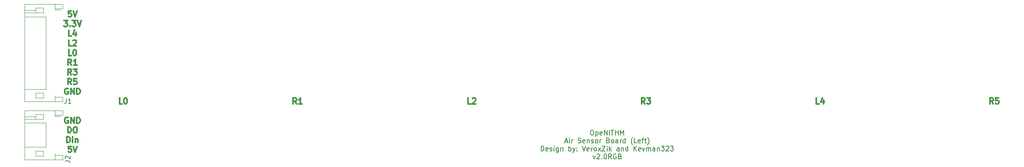
<source format=gbr>
G04 #@! TF.GenerationSoftware,KiCad,Pcbnew,(5.1.7)-1*
G04 #@! TF.CreationDate,2021-03-22T01:50:01-04:00*
G04 #@! TF.ProjectId,Circuit-AirSensor-Left,43697263-7569-4742-9d41-697253656e73,rev?*
G04 #@! TF.SameCoordinates,Original*
G04 #@! TF.FileFunction,Legend,Top*
G04 #@! TF.FilePolarity,Positive*
%FSLAX46Y46*%
G04 Gerber Fmt 4.6, Leading zero omitted, Abs format (unit mm)*
G04 Created by KiCad (PCBNEW (5.1.7)-1) date 2021-03-22 01:50:01*
%MOMM*%
%LPD*%
G01*
G04 APERTURE LIST*
%ADD10C,0.300000*%
%ADD11C,0.150000*%
%ADD12C,0.120000*%
G04 APERTURE END LIST*
D10*
X59271428Y-118342857D02*
X58700000Y-118342857D01*
X58642857Y-118914285D01*
X58700000Y-118857142D01*
X58814285Y-118800000D01*
X59100000Y-118800000D01*
X59214285Y-118857142D01*
X59271428Y-118914285D01*
X59328571Y-119028571D01*
X59328571Y-119314285D01*
X59271428Y-119428571D01*
X59214285Y-119485714D01*
X59100000Y-119542857D01*
X58814285Y-119542857D01*
X58700000Y-119485714D01*
X58642857Y-119428571D01*
X59671428Y-118342857D02*
X60071428Y-119542857D01*
X60471428Y-118342857D01*
X58357142Y-117542857D02*
X58357142Y-116342857D01*
X58642857Y-116342857D01*
X58814285Y-116400000D01*
X58928571Y-116514285D01*
X58985714Y-116628571D01*
X59042857Y-116857142D01*
X59042857Y-117028571D01*
X58985714Y-117257142D01*
X58928571Y-117371428D01*
X58814285Y-117485714D01*
X58642857Y-117542857D01*
X58357142Y-117542857D01*
X59557142Y-117542857D02*
X59557142Y-116742857D01*
X59557142Y-116342857D02*
X59500000Y-116400000D01*
X59557142Y-116457142D01*
X59614285Y-116400000D01*
X59557142Y-116342857D01*
X59557142Y-116457142D01*
X60128571Y-116742857D02*
X60128571Y-117542857D01*
X60128571Y-116857142D02*
X60185714Y-116800000D01*
X60300000Y-116742857D01*
X60471428Y-116742857D01*
X60585714Y-116800000D01*
X60642857Y-116914285D01*
X60642857Y-117542857D01*
X58557142Y-115542857D02*
X58557142Y-114342857D01*
X58842857Y-114342857D01*
X59014285Y-114400000D01*
X59128571Y-114514285D01*
X59185714Y-114628571D01*
X59242857Y-114857142D01*
X59242857Y-115028571D01*
X59185714Y-115257142D01*
X59128571Y-115371428D01*
X59014285Y-115485714D01*
X58842857Y-115542857D01*
X58557142Y-115542857D01*
X59985714Y-114342857D02*
X60214285Y-114342857D01*
X60328571Y-114400000D01*
X60442857Y-114514285D01*
X60500000Y-114742857D01*
X60500000Y-115142857D01*
X60442857Y-115371428D01*
X60328571Y-115485714D01*
X60214285Y-115542857D01*
X59985714Y-115542857D01*
X59871428Y-115485714D01*
X59757142Y-115371428D01*
X59700000Y-115142857D01*
X59700000Y-114742857D01*
X59757142Y-114514285D01*
X59871428Y-114400000D01*
X59985714Y-114342857D01*
X58585714Y-112400000D02*
X58471428Y-112342857D01*
X58300000Y-112342857D01*
X58128571Y-112400000D01*
X58014285Y-112514285D01*
X57957142Y-112628571D01*
X57900000Y-112857142D01*
X57900000Y-113028571D01*
X57957142Y-113257142D01*
X58014285Y-113371428D01*
X58128571Y-113485714D01*
X58300000Y-113542857D01*
X58414285Y-113542857D01*
X58585714Y-113485714D01*
X58642857Y-113428571D01*
X58642857Y-113028571D01*
X58414285Y-113028571D01*
X59157142Y-113542857D02*
X59157142Y-112342857D01*
X59842857Y-113542857D01*
X59842857Y-112342857D01*
X60414285Y-113542857D02*
X60414285Y-112342857D01*
X60700000Y-112342857D01*
X60871428Y-112400000D01*
X60985714Y-112514285D01*
X61042857Y-112628571D01*
X61100000Y-112857142D01*
X61100000Y-113028571D01*
X61042857Y-113257142D01*
X60985714Y-113371428D01*
X60871428Y-113485714D01*
X60700000Y-113542857D01*
X60414285Y-113542857D01*
X59271428Y-90342857D02*
X58700000Y-90342857D01*
X58642857Y-90914285D01*
X58700000Y-90857142D01*
X58814285Y-90800000D01*
X59100000Y-90800000D01*
X59214285Y-90857142D01*
X59271428Y-90914285D01*
X59328571Y-91028571D01*
X59328571Y-91314285D01*
X59271428Y-91428571D01*
X59214285Y-91485714D01*
X59100000Y-91542857D01*
X58814285Y-91542857D01*
X58700000Y-91485714D01*
X58642857Y-91428571D01*
X59671428Y-90342857D02*
X60071428Y-91542857D01*
X60471428Y-90342857D01*
X213800000Y-109542857D02*
X213228571Y-109542857D01*
X213228571Y-108342857D01*
X214714285Y-108742857D02*
X214714285Y-109542857D01*
X214428571Y-108285714D02*
X214142857Y-109142857D01*
X214885714Y-109142857D01*
X177800000Y-109542857D02*
X177400000Y-108971428D01*
X177114285Y-109542857D02*
X177114285Y-108342857D01*
X177571428Y-108342857D01*
X177685714Y-108400000D01*
X177742857Y-108457142D01*
X177800000Y-108571428D01*
X177800000Y-108742857D01*
X177742857Y-108857142D01*
X177685714Y-108914285D01*
X177571428Y-108971428D01*
X177114285Y-108971428D01*
X178200000Y-108342857D02*
X178942857Y-108342857D01*
X178542857Y-108800000D01*
X178714285Y-108800000D01*
X178828571Y-108857142D01*
X178885714Y-108914285D01*
X178942857Y-109028571D01*
X178942857Y-109314285D01*
X178885714Y-109428571D01*
X178828571Y-109485714D01*
X178714285Y-109542857D01*
X178371428Y-109542857D01*
X178257142Y-109485714D01*
X178200000Y-109428571D01*
X141800000Y-109542857D02*
X141228571Y-109542857D01*
X141228571Y-108342857D01*
X142142857Y-108457142D02*
X142200000Y-108400000D01*
X142314285Y-108342857D01*
X142600000Y-108342857D01*
X142714285Y-108400000D01*
X142771428Y-108457142D01*
X142828571Y-108571428D01*
X142828571Y-108685714D01*
X142771428Y-108857142D01*
X142085714Y-109542857D01*
X142828571Y-109542857D01*
X105800000Y-109542857D02*
X105400000Y-108971428D01*
X105114285Y-109542857D02*
X105114285Y-108342857D01*
X105571428Y-108342857D01*
X105685714Y-108400000D01*
X105742857Y-108457142D01*
X105800000Y-108571428D01*
X105800000Y-108742857D01*
X105742857Y-108857142D01*
X105685714Y-108914285D01*
X105571428Y-108971428D01*
X105114285Y-108971428D01*
X106942857Y-109542857D02*
X106257142Y-109542857D01*
X106600000Y-109542857D02*
X106600000Y-108342857D01*
X106485714Y-108514285D01*
X106371428Y-108628571D01*
X106257142Y-108685714D01*
X249800000Y-109542857D02*
X249400000Y-108971428D01*
X249114285Y-109542857D02*
X249114285Y-108342857D01*
X249571428Y-108342857D01*
X249685714Y-108400000D01*
X249742857Y-108457142D01*
X249800000Y-108571428D01*
X249800000Y-108742857D01*
X249742857Y-108857142D01*
X249685714Y-108914285D01*
X249571428Y-108971428D01*
X249114285Y-108971428D01*
X250885714Y-108342857D02*
X250314285Y-108342857D01*
X250257142Y-108914285D01*
X250314285Y-108857142D01*
X250428571Y-108800000D01*
X250714285Y-108800000D01*
X250828571Y-108857142D01*
X250885714Y-108914285D01*
X250942857Y-109028571D01*
X250942857Y-109314285D01*
X250885714Y-109428571D01*
X250828571Y-109485714D01*
X250714285Y-109542857D01*
X250428571Y-109542857D01*
X250314285Y-109485714D01*
X250257142Y-109428571D01*
X69800000Y-109542857D02*
X69228571Y-109542857D01*
X69228571Y-108342857D01*
X70428571Y-108342857D02*
X70542857Y-108342857D01*
X70657142Y-108400000D01*
X70714285Y-108457142D01*
X70771428Y-108571428D01*
X70828571Y-108800000D01*
X70828571Y-109085714D01*
X70771428Y-109314285D01*
X70714285Y-109428571D01*
X70657142Y-109485714D01*
X70542857Y-109542857D01*
X70428571Y-109542857D01*
X70314285Y-109485714D01*
X70257142Y-109428571D01*
X70200000Y-109314285D01*
X70142857Y-109085714D01*
X70142857Y-108800000D01*
X70200000Y-108571428D01*
X70257142Y-108457142D01*
X70314285Y-108400000D01*
X70428571Y-108342857D01*
X58585714Y-106400000D02*
X58471428Y-106342857D01*
X58300000Y-106342857D01*
X58128571Y-106400000D01*
X58014285Y-106514285D01*
X57957142Y-106628571D01*
X57900000Y-106857142D01*
X57900000Y-107028571D01*
X57957142Y-107257142D01*
X58014285Y-107371428D01*
X58128571Y-107485714D01*
X58300000Y-107542857D01*
X58414285Y-107542857D01*
X58585714Y-107485714D01*
X58642857Y-107428571D01*
X58642857Y-107028571D01*
X58414285Y-107028571D01*
X59157142Y-107542857D02*
X59157142Y-106342857D01*
X59842857Y-107542857D01*
X59842857Y-106342857D01*
X60414285Y-107542857D02*
X60414285Y-106342857D01*
X60700000Y-106342857D01*
X60871428Y-106400000D01*
X60985714Y-106514285D01*
X61042857Y-106628571D01*
X61100000Y-106857142D01*
X61100000Y-107028571D01*
X61042857Y-107257142D01*
X60985714Y-107371428D01*
X60871428Y-107485714D01*
X60700000Y-107542857D01*
X60414285Y-107542857D01*
X59300000Y-105542857D02*
X58900000Y-104971428D01*
X58614285Y-105542857D02*
X58614285Y-104342857D01*
X59071428Y-104342857D01*
X59185714Y-104400000D01*
X59242857Y-104457142D01*
X59300000Y-104571428D01*
X59300000Y-104742857D01*
X59242857Y-104857142D01*
X59185714Y-104914285D01*
X59071428Y-104971428D01*
X58614285Y-104971428D01*
X60385714Y-104342857D02*
X59814285Y-104342857D01*
X59757142Y-104914285D01*
X59814285Y-104857142D01*
X59928571Y-104800000D01*
X60214285Y-104800000D01*
X60328571Y-104857142D01*
X60385714Y-104914285D01*
X60442857Y-105028571D01*
X60442857Y-105314285D01*
X60385714Y-105428571D01*
X60328571Y-105485714D01*
X60214285Y-105542857D01*
X59928571Y-105542857D01*
X59814285Y-105485714D01*
X59757142Y-105428571D01*
X59300000Y-103542857D02*
X58900000Y-102971428D01*
X58614285Y-103542857D02*
X58614285Y-102342857D01*
X59071428Y-102342857D01*
X59185714Y-102400000D01*
X59242857Y-102457142D01*
X59300000Y-102571428D01*
X59300000Y-102742857D01*
X59242857Y-102857142D01*
X59185714Y-102914285D01*
X59071428Y-102971428D01*
X58614285Y-102971428D01*
X59700000Y-102342857D02*
X60442857Y-102342857D01*
X60042857Y-102800000D01*
X60214285Y-102800000D01*
X60328571Y-102857142D01*
X60385714Y-102914285D01*
X60442857Y-103028571D01*
X60442857Y-103314285D01*
X60385714Y-103428571D01*
X60328571Y-103485714D01*
X60214285Y-103542857D01*
X59871428Y-103542857D01*
X59757142Y-103485714D01*
X59700000Y-103428571D01*
X59300000Y-101542857D02*
X58900000Y-100971428D01*
X58614285Y-101542857D02*
X58614285Y-100342857D01*
X59071428Y-100342857D01*
X59185714Y-100400000D01*
X59242857Y-100457142D01*
X59300000Y-100571428D01*
X59300000Y-100742857D01*
X59242857Y-100857142D01*
X59185714Y-100914285D01*
X59071428Y-100971428D01*
X58614285Y-100971428D01*
X60442857Y-101542857D02*
X59757142Y-101542857D01*
X60100000Y-101542857D02*
X60100000Y-100342857D01*
X59985714Y-100514285D01*
X59871428Y-100628571D01*
X59757142Y-100685714D01*
X59300000Y-99542857D02*
X58728571Y-99542857D01*
X58728571Y-98342857D01*
X59928571Y-98342857D02*
X60042857Y-98342857D01*
X60157142Y-98400000D01*
X60214285Y-98457142D01*
X60271428Y-98571428D01*
X60328571Y-98800000D01*
X60328571Y-99085714D01*
X60271428Y-99314285D01*
X60214285Y-99428571D01*
X60157142Y-99485714D01*
X60042857Y-99542857D01*
X59928571Y-99542857D01*
X59814285Y-99485714D01*
X59757142Y-99428571D01*
X59700000Y-99314285D01*
X59642857Y-99085714D01*
X59642857Y-98800000D01*
X59700000Y-98571428D01*
X59757142Y-98457142D01*
X59814285Y-98400000D01*
X59928571Y-98342857D01*
X59300000Y-97542857D02*
X58728571Y-97542857D01*
X58728571Y-96342857D01*
X59642857Y-96457142D02*
X59700000Y-96400000D01*
X59814285Y-96342857D01*
X60100000Y-96342857D01*
X60214285Y-96400000D01*
X60271428Y-96457142D01*
X60328571Y-96571428D01*
X60328571Y-96685714D01*
X60271428Y-96857142D01*
X59585714Y-97542857D01*
X60328571Y-97542857D01*
X59300000Y-95542857D02*
X58728571Y-95542857D01*
X58728571Y-94342857D01*
X60214285Y-94742857D02*
X60214285Y-95542857D01*
X59928571Y-94285714D02*
X59642857Y-95142857D01*
X60385714Y-95142857D01*
X57728571Y-92342857D02*
X58471428Y-92342857D01*
X58071428Y-92800000D01*
X58242857Y-92800000D01*
X58357142Y-92857142D01*
X58414285Y-92914285D01*
X58471428Y-93028571D01*
X58471428Y-93314285D01*
X58414285Y-93428571D01*
X58357142Y-93485714D01*
X58242857Y-93542857D01*
X57900000Y-93542857D01*
X57785714Y-93485714D01*
X57728571Y-93428571D01*
X58985714Y-93428571D02*
X59042857Y-93485714D01*
X58985714Y-93542857D01*
X58928571Y-93485714D01*
X58985714Y-93428571D01*
X58985714Y-93542857D01*
X59442857Y-92342857D02*
X60185714Y-92342857D01*
X59785714Y-92800000D01*
X59957142Y-92800000D01*
X60071428Y-92857142D01*
X60128571Y-92914285D01*
X60185714Y-93028571D01*
X60185714Y-93314285D01*
X60128571Y-93428571D01*
X60071428Y-93485714D01*
X59957142Y-93542857D01*
X59614285Y-93542857D01*
X59500000Y-93485714D01*
X59442857Y-93428571D01*
X60528571Y-92342857D02*
X60928571Y-93542857D01*
X61328571Y-92342857D01*
D11*
X166785714Y-114977380D02*
X166976190Y-114977380D01*
X167071428Y-115025000D01*
X167166666Y-115120238D01*
X167214285Y-115310714D01*
X167214285Y-115644047D01*
X167166666Y-115834523D01*
X167071428Y-115929761D01*
X166976190Y-115977380D01*
X166785714Y-115977380D01*
X166690476Y-115929761D01*
X166595238Y-115834523D01*
X166547619Y-115644047D01*
X166547619Y-115310714D01*
X166595238Y-115120238D01*
X166690476Y-115025000D01*
X166785714Y-114977380D01*
X167642857Y-115310714D02*
X167642857Y-116310714D01*
X167642857Y-115358333D02*
X167738095Y-115310714D01*
X167928571Y-115310714D01*
X168023809Y-115358333D01*
X168071428Y-115405952D01*
X168119047Y-115501190D01*
X168119047Y-115786904D01*
X168071428Y-115882142D01*
X168023809Y-115929761D01*
X167928571Y-115977380D01*
X167738095Y-115977380D01*
X167642857Y-115929761D01*
X168928571Y-115929761D02*
X168833333Y-115977380D01*
X168642857Y-115977380D01*
X168547619Y-115929761D01*
X168500000Y-115834523D01*
X168500000Y-115453571D01*
X168547619Y-115358333D01*
X168642857Y-115310714D01*
X168833333Y-115310714D01*
X168928571Y-115358333D01*
X168976190Y-115453571D01*
X168976190Y-115548809D01*
X168500000Y-115644047D01*
X169404761Y-115977380D02*
X169404761Y-114977380D01*
X169976190Y-115977380D01*
X169976190Y-114977380D01*
X170452380Y-115977380D02*
X170452380Y-114977380D01*
X170785714Y-114977380D02*
X171357142Y-114977380D01*
X171071428Y-115977380D02*
X171071428Y-114977380D01*
X171690476Y-115977380D02*
X171690476Y-114977380D01*
X171690476Y-115453571D02*
X172261904Y-115453571D01*
X172261904Y-115977380D02*
X172261904Y-114977380D01*
X172738095Y-115977380D02*
X172738095Y-114977380D01*
X173071428Y-115691666D01*
X173404761Y-114977380D01*
X173404761Y-115977380D01*
X161309523Y-117341666D02*
X161785714Y-117341666D01*
X161214285Y-117627380D02*
X161547619Y-116627380D01*
X161880952Y-117627380D01*
X162214285Y-117627380D02*
X162214285Y-116960714D01*
X162214285Y-116627380D02*
X162166666Y-116675000D01*
X162214285Y-116722619D01*
X162261904Y-116675000D01*
X162214285Y-116627380D01*
X162214285Y-116722619D01*
X162690476Y-117627380D02*
X162690476Y-116960714D01*
X162690476Y-117151190D02*
X162738095Y-117055952D01*
X162785714Y-117008333D01*
X162880952Y-116960714D01*
X162976190Y-116960714D01*
X164023809Y-117579761D02*
X164166666Y-117627380D01*
X164404761Y-117627380D01*
X164500000Y-117579761D01*
X164547619Y-117532142D01*
X164595238Y-117436904D01*
X164595238Y-117341666D01*
X164547619Y-117246428D01*
X164500000Y-117198809D01*
X164404761Y-117151190D01*
X164214285Y-117103571D01*
X164119047Y-117055952D01*
X164071428Y-117008333D01*
X164023809Y-116913095D01*
X164023809Y-116817857D01*
X164071428Y-116722619D01*
X164119047Y-116675000D01*
X164214285Y-116627380D01*
X164452380Y-116627380D01*
X164595238Y-116675000D01*
X165404761Y-117579761D02*
X165309523Y-117627380D01*
X165119047Y-117627380D01*
X165023809Y-117579761D01*
X164976190Y-117484523D01*
X164976190Y-117103571D01*
X165023809Y-117008333D01*
X165119047Y-116960714D01*
X165309523Y-116960714D01*
X165404761Y-117008333D01*
X165452380Y-117103571D01*
X165452380Y-117198809D01*
X164976190Y-117294047D01*
X165880952Y-116960714D02*
X165880952Y-117627380D01*
X165880952Y-117055952D02*
X165928571Y-117008333D01*
X166023809Y-116960714D01*
X166166666Y-116960714D01*
X166261904Y-117008333D01*
X166309523Y-117103571D01*
X166309523Y-117627380D01*
X166738095Y-117579761D02*
X166833333Y-117627380D01*
X167023809Y-117627380D01*
X167119047Y-117579761D01*
X167166666Y-117484523D01*
X167166666Y-117436904D01*
X167119047Y-117341666D01*
X167023809Y-117294047D01*
X166880952Y-117294047D01*
X166785714Y-117246428D01*
X166738095Y-117151190D01*
X166738095Y-117103571D01*
X166785714Y-117008333D01*
X166880952Y-116960714D01*
X167023809Y-116960714D01*
X167119047Y-117008333D01*
X167738095Y-117627380D02*
X167642857Y-117579761D01*
X167595238Y-117532142D01*
X167547619Y-117436904D01*
X167547619Y-117151190D01*
X167595238Y-117055952D01*
X167642857Y-117008333D01*
X167738095Y-116960714D01*
X167880952Y-116960714D01*
X167976190Y-117008333D01*
X168023809Y-117055952D01*
X168071428Y-117151190D01*
X168071428Y-117436904D01*
X168023809Y-117532142D01*
X167976190Y-117579761D01*
X167880952Y-117627380D01*
X167738095Y-117627380D01*
X168500000Y-117627380D02*
X168500000Y-116960714D01*
X168500000Y-117151190D02*
X168547619Y-117055952D01*
X168595238Y-117008333D01*
X168690476Y-116960714D01*
X168785714Y-116960714D01*
X170214285Y-117103571D02*
X170357142Y-117151190D01*
X170404761Y-117198809D01*
X170452380Y-117294047D01*
X170452380Y-117436904D01*
X170404761Y-117532142D01*
X170357142Y-117579761D01*
X170261904Y-117627380D01*
X169880952Y-117627380D01*
X169880952Y-116627380D01*
X170214285Y-116627380D01*
X170309523Y-116675000D01*
X170357142Y-116722619D01*
X170404761Y-116817857D01*
X170404761Y-116913095D01*
X170357142Y-117008333D01*
X170309523Y-117055952D01*
X170214285Y-117103571D01*
X169880952Y-117103571D01*
X171023809Y-117627380D02*
X170928571Y-117579761D01*
X170880952Y-117532142D01*
X170833333Y-117436904D01*
X170833333Y-117151190D01*
X170880952Y-117055952D01*
X170928571Y-117008333D01*
X171023809Y-116960714D01*
X171166666Y-116960714D01*
X171261904Y-117008333D01*
X171309523Y-117055952D01*
X171357142Y-117151190D01*
X171357142Y-117436904D01*
X171309523Y-117532142D01*
X171261904Y-117579761D01*
X171166666Y-117627380D01*
X171023809Y-117627380D01*
X172214285Y-117627380D02*
X172214285Y-117103571D01*
X172166666Y-117008333D01*
X172071428Y-116960714D01*
X171880952Y-116960714D01*
X171785714Y-117008333D01*
X172214285Y-117579761D02*
X172119047Y-117627380D01*
X171880952Y-117627380D01*
X171785714Y-117579761D01*
X171738095Y-117484523D01*
X171738095Y-117389285D01*
X171785714Y-117294047D01*
X171880952Y-117246428D01*
X172119047Y-117246428D01*
X172214285Y-117198809D01*
X172690476Y-117627380D02*
X172690476Y-116960714D01*
X172690476Y-117151190D02*
X172738095Y-117055952D01*
X172785714Y-117008333D01*
X172880952Y-116960714D01*
X172976190Y-116960714D01*
X173738095Y-117627380D02*
X173738095Y-116627380D01*
X173738095Y-117579761D02*
X173642857Y-117627380D01*
X173452380Y-117627380D01*
X173357142Y-117579761D01*
X173309523Y-117532142D01*
X173261904Y-117436904D01*
X173261904Y-117151190D01*
X173309523Y-117055952D01*
X173357142Y-117008333D01*
X173452380Y-116960714D01*
X173642857Y-116960714D01*
X173738095Y-117008333D01*
X175261904Y-118008333D02*
X175214285Y-117960714D01*
X175119047Y-117817857D01*
X175071428Y-117722619D01*
X175023809Y-117579761D01*
X174976190Y-117341666D01*
X174976190Y-117151190D01*
X175023809Y-116913095D01*
X175071428Y-116770238D01*
X175119047Y-116675000D01*
X175214285Y-116532142D01*
X175261904Y-116484523D01*
X176119047Y-117627380D02*
X175642857Y-117627380D01*
X175642857Y-116627380D01*
X176833333Y-117579761D02*
X176738095Y-117627380D01*
X176547619Y-117627380D01*
X176452380Y-117579761D01*
X176404761Y-117484523D01*
X176404761Y-117103571D01*
X176452380Y-117008333D01*
X176547619Y-116960714D01*
X176738095Y-116960714D01*
X176833333Y-117008333D01*
X176880952Y-117103571D01*
X176880952Y-117198809D01*
X176404761Y-117294047D01*
X177166666Y-116960714D02*
X177547619Y-116960714D01*
X177309523Y-117627380D02*
X177309523Y-116770238D01*
X177357142Y-116675000D01*
X177452380Y-116627380D01*
X177547619Y-116627380D01*
X177738095Y-116960714D02*
X178119047Y-116960714D01*
X177880952Y-116627380D02*
X177880952Y-117484523D01*
X177928571Y-117579761D01*
X178023809Y-117627380D01*
X178119047Y-117627380D01*
X178357142Y-118008333D02*
X178404761Y-117960714D01*
X178500000Y-117817857D01*
X178547619Y-117722619D01*
X178595238Y-117579761D01*
X178642857Y-117341666D01*
X178642857Y-117151190D01*
X178595238Y-116913095D01*
X178547619Y-116770238D01*
X178500000Y-116675000D01*
X178404761Y-116532142D01*
X178357142Y-116484523D01*
X156357142Y-119277380D02*
X156357142Y-118277380D01*
X156595238Y-118277380D01*
X156738095Y-118325000D01*
X156833333Y-118420238D01*
X156880952Y-118515476D01*
X156928571Y-118705952D01*
X156928571Y-118848809D01*
X156880952Y-119039285D01*
X156833333Y-119134523D01*
X156738095Y-119229761D01*
X156595238Y-119277380D01*
X156357142Y-119277380D01*
X157738095Y-119229761D02*
X157642857Y-119277380D01*
X157452380Y-119277380D01*
X157357142Y-119229761D01*
X157309523Y-119134523D01*
X157309523Y-118753571D01*
X157357142Y-118658333D01*
X157452380Y-118610714D01*
X157642857Y-118610714D01*
X157738095Y-118658333D01*
X157785714Y-118753571D01*
X157785714Y-118848809D01*
X157309523Y-118944047D01*
X158166666Y-119229761D02*
X158261904Y-119277380D01*
X158452380Y-119277380D01*
X158547619Y-119229761D01*
X158595238Y-119134523D01*
X158595238Y-119086904D01*
X158547619Y-118991666D01*
X158452380Y-118944047D01*
X158309523Y-118944047D01*
X158214285Y-118896428D01*
X158166666Y-118801190D01*
X158166666Y-118753571D01*
X158214285Y-118658333D01*
X158309523Y-118610714D01*
X158452380Y-118610714D01*
X158547619Y-118658333D01*
X159023809Y-119277380D02*
X159023809Y-118610714D01*
X159023809Y-118277380D02*
X158976190Y-118325000D01*
X159023809Y-118372619D01*
X159071428Y-118325000D01*
X159023809Y-118277380D01*
X159023809Y-118372619D01*
X159928571Y-118610714D02*
X159928571Y-119420238D01*
X159880952Y-119515476D01*
X159833333Y-119563095D01*
X159738095Y-119610714D01*
X159595238Y-119610714D01*
X159500000Y-119563095D01*
X159928571Y-119229761D02*
X159833333Y-119277380D01*
X159642857Y-119277380D01*
X159547619Y-119229761D01*
X159500000Y-119182142D01*
X159452380Y-119086904D01*
X159452380Y-118801190D01*
X159500000Y-118705952D01*
X159547619Y-118658333D01*
X159642857Y-118610714D01*
X159833333Y-118610714D01*
X159928571Y-118658333D01*
X160404761Y-118610714D02*
X160404761Y-119277380D01*
X160404761Y-118705952D02*
X160452380Y-118658333D01*
X160547619Y-118610714D01*
X160690476Y-118610714D01*
X160785714Y-118658333D01*
X160833333Y-118753571D01*
X160833333Y-119277380D01*
X162071428Y-119277380D02*
X162071428Y-118277380D01*
X162071428Y-118658333D02*
X162166666Y-118610714D01*
X162357142Y-118610714D01*
X162452380Y-118658333D01*
X162500000Y-118705952D01*
X162547619Y-118801190D01*
X162547619Y-119086904D01*
X162500000Y-119182142D01*
X162452380Y-119229761D01*
X162357142Y-119277380D01*
X162166666Y-119277380D01*
X162071428Y-119229761D01*
X162880952Y-118610714D02*
X163119047Y-119277380D01*
X163357142Y-118610714D02*
X163119047Y-119277380D01*
X163023809Y-119515476D01*
X162976190Y-119563095D01*
X162880952Y-119610714D01*
X163738095Y-119182142D02*
X163785714Y-119229761D01*
X163738095Y-119277380D01*
X163690476Y-119229761D01*
X163738095Y-119182142D01*
X163738095Y-119277380D01*
X163738095Y-118658333D02*
X163785714Y-118705952D01*
X163738095Y-118753571D01*
X163690476Y-118705952D01*
X163738095Y-118658333D01*
X163738095Y-118753571D01*
X164833333Y-118277380D02*
X165166666Y-119277380D01*
X165500000Y-118277380D01*
X166214285Y-119229761D02*
X166119047Y-119277380D01*
X165928571Y-119277380D01*
X165833333Y-119229761D01*
X165785714Y-119134523D01*
X165785714Y-118753571D01*
X165833333Y-118658333D01*
X165928571Y-118610714D01*
X166119047Y-118610714D01*
X166214285Y-118658333D01*
X166261904Y-118753571D01*
X166261904Y-118848809D01*
X165785714Y-118944047D01*
X166690476Y-119277380D02*
X166690476Y-118610714D01*
X166690476Y-118801190D02*
X166738095Y-118705952D01*
X166785714Y-118658333D01*
X166880952Y-118610714D01*
X166976190Y-118610714D01*
X167452380Y-119277380D02*
X167357142Y-119229761D01*
X167309523Y-119182142D01*
X167261904Y-119086904D01*
X167261904Y-118801190D01*
X167309523Y-118705952D01*
X167357142Y-118658333D01*
X167452380Y-118610714D01*
X167595238Y-118610714D01*
X167690476Y-118658333D01*
X167738095Y-118705952D01*
X167785714Y-118801190D01*
X167785714Y-119086904D01*
X167738095Y-119182142D01*
X167690476Y-119229761D01*
X167595238Y-119277380D01*
X167452380Y-119277380D01*
X168119047Y-119277380D02*
X168642857Y-118610714D01*
X168119047Y-118610714D02*
X168642857Y-119277380D01*
X168928571Y-118277380D02*
X169595238Y-118277380D01*
X168928571Y-119277380D01*
X169595238Y-119277380D01*
X169976190Y-119277380D02*
X169976190Y-118610714D01*
X169976190Y-118277380D02*
X169928571Y-118325000D01*
X169976190Y-118372619D01*
X170023809Y-118325000D01*
X169976190Y-118277380D01*
X169976190Y-118372619D01*
X170452380Y-119277380D02*
X170452380Y-118277380D01*
X170547619Y-118896428D02*
X170833333Y-119277380D01*
X170833333Y-118610714D02*
X170452380Y-118991666D01*
X172452380Y-119277380D02*
X172452380Y-118753571D01*
X172404761Y-118658333D01*
X172309523Y-118610714D01*
X172119047Y-118610714D01*
X172023809Y-118658333D01*
X172452380Y-119229761D02*
X172357142Y-119277380D01*
X172119047Y-119277380D01*
X172023809Y-119229761D01*
X171976190Y-119134523D01*
X171976190Y-119039285D01*
X172023809Y-118944047D01*
X172119047Y-118896428D01*
X172357142Y-118896428D01*
X172452380Y-118848809D01*
X172928571Y-118610714D02*
X172928571Y-119277380D01*
X172928571Y-118705952D02*
X172976190Y-118658333D01*
X173071428Y-118610714D01*
X173214285Y-118610714D01*
X173309523Y-118658333D01*
X173357142Y-118753571D01*
X173357142Y-119277380D01*
X174261904Y-119277380D02*
X174261904Y-118277380D01*
X174261904Y-119229761D02*
X174166666Y-119277380D01*
X173976190Y-119277380D01*
X173880952Y-119229761D01*
X173833333Y-119182142D01*
X173785714Y-119086904D01*
X173785714Y-118801190D01*
X173833333Y-118705952D01*
X173880952Y-118658333D01*
X173976190Y-118610714D01*
X174166666Y-118610714D01*
X174261904Y-118658333D01*
X175500000Y-119277380D02*
X175500000Y-118277380D01*
X176071428Y-119277380D02*
X175642857Y-118705952D01*
X176071428Y-118277380D02*
X175500000Y-118848809D01*
X176880952Y-119229761D02*
X176785714Y-119277380D01*
X176595238Y-119277380D01*
X176500000Y-119229761D01*
X176452380Y-119134523D01*
X176452380Y-118753571D01*
X176500000Y-118658333D01*
X176595238Y-118610714D01*
X176785714Y-118610714D01*
X176880952Y-118658333D01*
X176928571Y-118753571D01*
X176928571Y-118848809D01*
X176452380Y-118944047D01*
X177261904Y-118610714D02*
X177500000Y-119277380D01*
X177738095Y-118610714D01*
X178119047Y-119277380D02*
X178119047Y-118610714D01*
X178119047Y-118705952D02*
X178166666Y-118658333D01*
X178261904Y-118610714D01*
X178404761Y-118610714D01*
X178500000Y-118658333D01*
X178547619Y-118753571D01*
X178547619Y-119277380D01*
X178547619Y-118753571D02*
X178595238Y-118658333D01*
X178690476Y-118610714D01*
X178833333Y-118610714D01*
X178928571Y-118658333D01*
X178976190Y-118753571D01*
X178976190Y-119277380D01*
X179880952Y-119277380D02*
X179880952Y-118753571D01*
X179833333Y-118658333D01*
X179738095Y-118610714D01*
X179547619Y-118610714D01*
X179452380Y-118658333D01*
X179880952Y-119229761D02*
X179785714Y-119277380D01*
X179547619Y-119277380D01*
X179452380Y-119229761D01*
X179404761Y-119134523D01*
X179404761Y-119039285D01*
X179452380Y-118944047D01*
X179547619Y-118896428D01*
X179785714Y-118896428D01*
X179880952Y-118848809D01*
X180357142Y-118610714D02*
X180357142Y-119277380D01*
X180357142Y-118705952D02*
X180404761Y-118658333D01*
X180500000Y-118610714D01*
X180642857Y-118610714D01*
X180738095Y-118658333D01*
X180785714Y-118753571D01*
X180785714Y-119277380D01*
X181166666Y-118277380D02*
X181785714Y-118277380D01*
X181452380Y-118658333D01*
X181595238Y-118658333D01*
X181690476Y-118705952D01*
X181738095Y-118753571D01*
X181785714Y-118848809D01*
X181785714Y-119086904D01*
X181738095Y-119182142D01*
X181690476Y-119229761D01*
X181595238Y-119277380D01*
X181309523Y-119277380D01*
X181214285Y-119229761D01*
X181166666Y-119182142D01*
X182166666Y-118372619D02*
X182214285Y-118325000D01*
X182309523Y-118277380D01*
X182547619Y-118277380D01*
X182642857Y-118325000D01*
X182690476Y-118372619D01*
X182738095Y-118467857D01*
X182738095Y-118563095D01*
X182690476Y-118705952D01*
X182119047Y-119277380D01*
X182738095Y-119277380D01*
X183071428Y-118277380D02*
X183690476Y-118277380D01*
X183357142Y-118658333D01*
X183499999Y-118658333D01*
X183595238Y-118705952D01*
X183642857Y-118753571D01*
X183690476Y-118848809D01*
X183690476Y-119086904D01*
X183642857Y-119182142D01*
X183595238Y-119229761D01*
X183499999Y-119277380D01*
X183214285Y-119277380D01*
X183119047Y-119229761D01*
X183071428Y-119182142D01*
X167071428Y-120260714D02*
X167309523Y-120927380D01*
X167547619Y-120260714D01*
X167880952Y-120022619D02*
X167928571Y-119975000D01*
X168023809Y-119927380D01*
X168261904Y-119927380D01*
X168357142Y-119975000D01*
X168404761Y-120022619D01*
X168452380Y-120117857D01*
X168452380Y-120213095D01*
X168404761Y-120355952D01*
X167833333Y-120927380D01*
X168452380Y-120927380D01*
X168880952Y-120832142D02*
X168928571Y-120879761D01*
X168880952Y-120927380D01*
X168833333Y-120879761D01*
X168880952Y-120832142D01*
X168880952Y-120927380D01*
X169547619Y-119927380D02*
X169642857Y-119927380D01*
X169738095Y-119975000D01*
X169785714Y-120022619D01*
X169833333Y-120117857D01*
X169880952Y-120308333D01*
X169880952Y-120546428D01*
X169833333Y-120736904D01*
X169785714Y-120832142D01*
X169738095Y-120879761D01*
X169642857Y-120927380D01*
X169547619Y-120927380D01*
X169452380Y-120879761D01*
X169404761Y-120832142D01*
X169357142Y-120736904D01*
X169309523Y-120546428D01*
X169309523Y-120308333D01*
X169357142Y-120117857D01*
X169404761Y-120022619D01*
X169452380Y-119975000D01*
X169547619Y-119927380D01*
X170880952Y-120927380D02*
X170547619Y-120451190D01*
X170309523Y-120927380D02*
X170309523Y-119927380D01*
X170690476Y-119927380D01*
X170785714Y-119975000D01*
X170833333Y-120022619D01*
X170880952Y-120117857D01*
X170880952Y-120260714D01*
X170833333Y-120355952D01*
X170785714Y-120403571D01*
X170690476Y-120451190D01*
X170309523Y-120451190D01*
X171833333Y-119975000D02*
X171738095Y-119927380D01*
X171595238Y-119927380D01*
X171452380Y-119975000D01*
X171357142Y-120070238D01*
X171309523Y-120165476D01*
X171261904Y-120355952D01*
X171261904Y-120498809D01*
X171309523Y-120689285D01*
X171357142Y-120784523D01*
X171452380Y-120879761D01*
X171595238Y-120927380D01*
X171690476Y-120927380D01*
X171833333Y-120879761D01*
X171880952Y-120832142D01*
X171880952Y-120498809D01*
X171690476Y-120498809D01*
X172642857Y-120403571D02*
X172785714Y-120451190D01*
X172833333Y-120498809D01*
X172880952Y-120594047D01*
X172880952Y-120736904D01*
X172833333Y-120832142D01*
X172785714Y-120879761D01*
X172690476Y-120927380D01*
X172309523Y-120927380D01*
X172309523Y-119927380D01*
X172642857Y-119927380D01*
X172738095Y-119975000D01*
X172785714Y-120022619D01*
X172833333Y-120117857D01*
X172833333Y-120213095D01*
X172785714Y-120308333D01*
X172738095Y-120355952D01*
X172642857Y-120403571D01*
X172309523Y-120403571D01*
D12*
X55860000Y-112140000D02*
X57075000Y-112140000D01*
X51900000Y-112200000D02*
X49640000Y-112200000D01*
X51900000Y-112700000D02*
X49640000Y-112700000D01*
X53500000Y-119300000D02*
X53500000Y-120300000D01*
X51900000Y-119300000D02*
X53500000Y-119300000D01*
X51900000Y-120300000D02*
X51900000Y-119300000D01*
X53500000Y-120300000D02*
X51900000Y-120300000D01*
X53500000Y-112700000D02*
X53500000Y-111700000D01*
X51900000Y-112700000D02*
X53500000Y-112700000D01*
X51900000Y-111700000D02*
X51900000Y-112700000D01*
X53500000Y-111700000D02*
X51900000Y-111700000D01*
X55860000Y-121060000D02*
X55860000Y-120140000D01*
X55860000Y-110940000D02*
X55860000Y-111860000D01*
X54000000Y-118500000D02*
X49640000Y-118500000D01*
X54000000Y-113500000D02*
X54000000Y-118500000D01*
X49640000Y-113500000D02*
X54000000Y-113500000D01*
X55860000Y-120140000D02*
X55860000Y-119860000D01*
X57460000Y-120140000D02*
X55860000Y-120140000D01*
X57460000Y-121060000D02*
X57460000Y-120140000D01*
X49640000Y-121060000D02*
X57460000Y-121060000D01*
X49640000Y-110940000D02*
X49640000Y-121060000D01*
X57460000Y-110940000D02*
X49640000Y-110940000D01*
X57460000Y-111860000D02*
X57460000Y-110940000D01*
X55860000Y-111860000D02*
X57460000Y-111860000D01*
X55860000Y-112140000D02*
X55860000Y-111860000D01*
X55860000Y-90140000D02*
X55860000Y-89860000D01*
X55860000Y-89860000D02*
X57460000Y-89860000D01*
X57460000Y-89860000D02*
X57460000Y-88940000D01*
X57460000Y-88940000D02*
X49640000Y-88940000D01*
X49640000Y-88940000D02*
X49640000Y-109060000D01*
X49640000Y-109060000D02*
X57460000Y-109060000D01*
X57460000Y-109060000D02*
X57460000Y-108140000D01*
X57460000Y-108140000D02*
X55860000Y-108140000D01*
X55860000Y-108140000D02*
X55860000Y-107860000D01*
X49640000Y-91500000D02*
X54000000Y-91500000D01*
X54000000Y-91500000D02*
X54000000Y-106500000D01*
X54000000Y-106500000D02*
X49640000Y-106500000D01*
X55860000Y-88940000D02*
X55860000Y-89860000D01*
X55860000Y-109060000D02*
X55860000Y-108140000D01*
X53500000Y-89700000D02*
X51900000Y-89700000D01*
X51900000Y-89700000D02*
X51900000Y-90700000D01*
X51900000Y-90700000D02*
X53500000Y-90700000D01*
X53500000Y-90700000D02*
X53500000Y-89700000D01*
X53500000Y-108300000D02*
X51900000Y-108300000D01*
X51900000Y-108300000D02*
X51900000Y-107300000D01*
X51900000Y-107300000D02*
X53500000Y-107300000D01*
X53500000Y-107300000D02*
X53500000Y-108300000D01*
X51900000Y-90700000D02*
X49640000Y-90700000D01*
X51900000Y-90200000D02*
X49640000Y-90200000D01*
X55860000Y-90140000D02*
X57075000Y-90140000D01*
D11*
X58002380Y-121333333D02*
X58716666Y-121333333D01*
X58859523Y-121380952D01*
X58954761Y-121476190D01*
X59002380Y-121619047D01*
X59002380Y-121714285D01*
X58097619Y-120904761D02*
X58050000Y-120857142D01*
X58002380Y-120761904D01*
X58002380Y-120523809D01*
X58050000Y-120428571D01*
X58097619Y-120380952D01*
X58192857Y-120333333D01*
X58288095Y-120333333D01*
X58430952Y-120380952D01*
X59002380Y-120952380D01*
X59002380Y-120333333D01*
X58216666Y-108452380D02*
X58216666Y-109166666D01*
X58169047Y-109309523D01*
X58073809Y-109404761D01*
X57930952Y-109452380D01*
X57835714Y-109452380D01*
X59216666Y-109452380D02*
X58645238Y-109452380D01*
X58930952Y-109452380D02*
X58930952Y-108452380D01*
X58835714Y-108595238D01*
X58740476Y-108690476D01*
X58645238Y-108738095D01*
M02*

</source>
